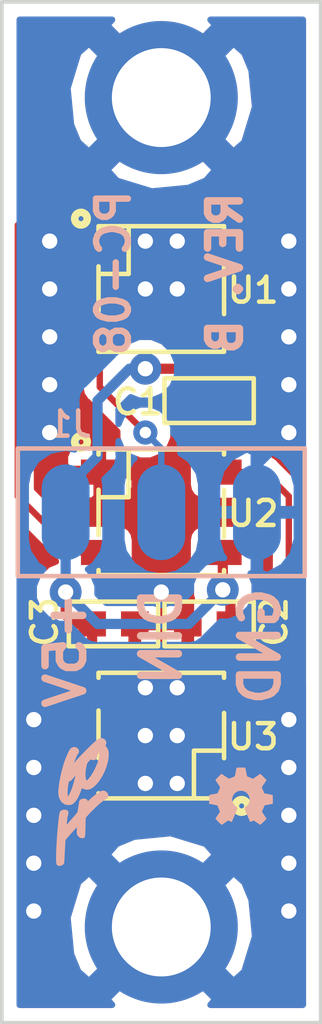
<source format=kicad_pcb>
(kicad_pcb (version 20171130) (host pcbnew 5.0.0-fee4fd1~65~ubuntu17.10.1)

  (general
    (thickness 1.6)
    (drawings 13)
    (tracks 120)
    (zones 0)
    (modules 11)
    (nets 7)
  )

  (page A4)
  (layers
    (0 F.Cu signal)
    (31 B.Cu signal)
    (32 B.Adhes user)
    (33 F.Adhes user)
    (34 B.Paste user)
    (35 F.Paste user)
    (36 B.SilkS user)
    (37 F.SilkS user)
    (38 B.Mask user)
    (39 F.Mask user)
    (40 Dwgs.User user)
    (41 Cmts.User user)
    (42 Eco1.User user)
    (43 Eco2.User user)
    (44 Edge.Cuts user)
    (45 Margin user)
    (46 B.CrtYd user)
    (47 F.CrtYd user)
    (48 B.Fab user)
    (49 F.Fab user)
  )

  (setup
    (last_trace_width 0.254)
    (trace_clearance 0.2032)
    (zone_clearance 0.508)
    (zone_45_only no)
    (trace_min 0.2)
    (segment_width 0.2)
    (edge_width 0.15)
    (via_size 0.9652)
    (via_drill 0.4572)
    (via_min_size 0.4)
    (via_min_drill 0.3)
    (uvia_size 0.3)
    (uvia_drill 0.1)
    (uvias_allowed no)
    (uvia_min_size 0)
    (uvia_min_drill 0)
    (pcb_text_width 0.3)
    (pcb_text_size 1.5 1.5)
    (mod_edge_width 0.15)
    (mod_text_size 1 1)
    (mod_text_width 0.15)
    (pad_size 6.096 6.096)
    (pad_drill 3.937)
    (pad_to_mask_clearance 0.2)
    (aux_axis_origin 0 0)
    (visible_elements FFFFFF7F)
    (pcbplotparams
      (layerselection 0x00030_80000001)
      (usegerberextensions false)
      (usegerberattributes false)
      (usegerberadvancedattributes false)
      (creategerberjobfile false)
      (excludeedgelayer true)
      (linewidth 0.100000)
      (plotframeref false)
      (viasonmask false)
      (mode 1)
      (useauxorigin false)
      (hpglpennumber 1)
      (hpglpenspeed 20)
      (hpglpendiameter 15.000000)
      (psnegative false)
      (psa4output false)
      (plotreference true)
      (plotvalue true)
      (plotinvisibletext false)
      (padsonsilk false)
      (subtractmaskfromsilk false)
      (outputformat 1)
      (mirror false)
      (drillshape 1)
      (scaleselection 1)
      (outputdirectory ""))
  )

  (net 0 "")
  (net 1 "Net-(J1-Pad2)")
  (net 2 "Net-(U1-Pad2)")
  (net 3 "Net-(U2-Pad2)")
  (net 4 "Net-(U3-Pad2)")
  (net 5 +5V)
  (net 6 GND)

  (net_class Default "This is the default net class."
    (clearance 0.2032)
    (trace_width 0.254)
    (via_dia 0.9652)
    (via_drill 0.4572)
    (uvia_dia 0.3)
    (uvia_drill 0.1)
    (add_net "Net-(J1-Pad2)")
    (add_net "Net-(U1-Pad2)")
    (add_net "Net-(U2-Pad2)")
    (add_net "Net-(U3-Pad2)")
  )

  (net_class Power ""
    (clearance 0.3048)
    (trace_width 0.4064)
    (via_dia 1.27)
    (via_drill 0.6096)
    (uvia_dia 0.3)
    (uvia_drill 0.1)
    (add_net +5V)
    (add_net GND)
  )

  (module conn-wire-pads:WP-75mil-1x03 (layer B.Cu) (tedit 57465F1D) (tstamp 5B3F1050)
    (at 119.38 90.17 180)
    (descr "Wire pads - 75mil x 150 mil - Single row, 3 pos.")
    (path /5B3F11C0)
    (attr virtual)
    (fp_text reference J1 (at 2.667 2.921 180) (layer B.SilkS)
      (effects (font (size 1 1) (thickness 0.18)) (justify left bottom mirror))
    )
    (fp_text value HEADER-1x03 (at 0 -3.81 180) (layer B.Fab) hide
      (effects (font (size 1 1) (thickness 0.18)) (justify mirror))
    )
    (fp_line (start 5.715 -2.54) (end -5.715 -2.54) (layer B.SilkS) (width 0.18))
    (fp_line (start -5.715 -2.54) (end -5.715 2.54) (layer B.SilkS) (width 0.18))
    (fp_line (start -5.715 2.54) (end 5.715 2.54) (layer B.SilkS) (width 0.18))
    (fp_line (start 5.715 2.54) (end 5.715 -2.54) (layer B.SilkS) (width 0.18))
    (fp_line (start 5.715 -2.54) (end -5.715 -2.54) (layer B.CrtYd) (width 0.05))
    (fp_line (start -5.715 -2.54) (end -5.715 2.54) (layer B.CrtYd) (width 0.05))
    (fp_line (start -5.715 2.54) (end 5.715 2.54) (layer B.CrtYd) (width 0.05))
    (fp_line (start 5.715 2.54) (end 5.715 -2.54) (layer B.CrtYd) (width 0.05))
    (pad 1 smd oval (at -3.81 0 180) (size 1.905 3.81) (layers B.Cu B.Paste B.Mask)
      (net 6 GND))
    (pad 2 smd oval (at 0 0 180) (size 1.905 3.81) (layers B.Cu B.Paste B.Mask)
      (net 1 "Net-(J1-Pad2)"))
    (pad 3 smd oval (at 3.81 0 180) (size 1.905 3.81) (layers B.Cu B.Paste B.Mask)
      (net 5 +5V))
  )

  (module smt:LED-5050 (layer F.Cu) (tedit 55999AC4) (tstamp 5B3F1058)
    (at 119.38 81.28 180)
    (path /5B3F0FC4)
    (fp_text reference U1 (at -2.54 -0.635 180) (layer F.SilkS)
      (effects (font (size 1 1) (thickness 0.18)) (justify left bottom))
    )
    (fp_text value IN-PI554FCH (at 0 3.9 180) (layer F.Fab) hide
      (effects (font (size 1 1) (thickness 0.18)))
    )
    (fp_line (start 2.5 0.6) (end 1.3 0.6) (layer F.SilkS) (width 0.18))
    (fp_line (start 1.3 0.6) (end 1.3 2.5) (layer F.SilkS) (width 0.18))
    (fp_line (start -3 -3) (end 3 -3) (layer F.CrtYd) (width 0.05))
    (fp_line (start 3 -3) (end 3 3) (layer F.CrtYd) (width 0.05))
    (fp_line (start 3 3) (end -3 3) (layer F.CrtYd) (width 0.05))
    (fp_line (start -3 3) (end -3 -3) (layer F.CrtYd) (width 0.05))
    (fp_circle (center 3.2 2.8) (end 3.3 2.8) (layer F.SilkS) (width 0.3))
    (fp_line (start 2.5 -2.3) (end 2.5 -2.5) (layer F.SilkS) (width 0.18))
    (fp_line (start 2.5 -2.5) (end -2.5 -2.5) (layer F.SilkS) (width 0.18))
    (fp_line (start -2.5 -2.5) (end -2.5 -2.3) (layer F.SilkS) (width 0.18))
    (fp_line (start 2.5 0.9) (end 2.5 -0.9) (layer F.SilkS) (width 0.18))
    (fp_line (start -2.5 2.5) (end 2.5 2.5) (layer F.SilkS) (width 0.18))
    (fp_line (start 2.5 2.5) (end 2.5 2.3) (layer F.SilkS) (width 0.18))
    (fp_line (start -2.5 2.5) (end -2.5 2.3) (layer F.SilkS) (width 0.18))
    (fp_line (start -2.5 -1) (end -2.5 0.9) (layer F.SilkS) (width 0.18))
    (pad 2 smd rect (at -2.45 1.6 180) (size 1.5 1) (layers F.Cu F.Paste F.Mask)
      (net 2 "Net-(U1-Pad2)"))
    (pad 3 smd rect (at 2.45 1.6 180) (size 1.5 1) (layers F.Cu F.Paste F.Mask)
      (net 6 GND))
    (pad 4 smd rect (at 2.45 -1.6 180) (size 1.5 1) (layers F.Cu F.Paste F.Mask)
      (net 1 "Net-(J1-Pad2)"))
    (pad 1 smd rect (at -2.45 -1.6 180) (size 1.5 1) (layers F.Cu F.Paste F.Mask)
      (net 5 +5V))
  )

  (module smt:LED-5050 (layer F.Cu) (tedit 55999AC4) (tstamp 5B3F1060)
    (at 119.38 90.17 180)
    (path /5B3F1066)
    (fp_text reference U2 (at -2.54 -0.635 180) (layer F.SilkS)
      (effects (font (size 1 1) (thickness 0.18)) (justify left bottom))
    )
    (fp_text value IN-PI554FCH (at 0 3.9 180) (layer F.Fab) hide
      (effects (font (size 1 1) (thickness 0.18)))
    )
    (fp_line (start 2.5 0.6) (end 1.3 0.6) (layer F.SilkS) (width 0.18))
    (fp_line (start 1.3 0.6) (end 1.3 2.5) (layer F.SilkS) (width 0.18))
    (fp_line (start -3 -3) (end 3 -3) (layer F.CrtYd) (width 0.05))
    (fp_line (start 3 -3) (end 3 3) (layer F.CrtYd) (width 0.05))
    (fp_line (start 3 3) (end -3 3) (layer F.CrtYd) (width 0.05))
    (fp_line (start -3 3) (end -3 -3) (layer F.CrtYd) (width 0.05))
    (fp_circle (center 3.2 2.8) (end 3.3 2.8) (layer F.SilkS) (width 0.3))
    (fp_line (start 2.5 -2.3) (end 2.5 -2.5) (layer F.SilkS) (width 0.18))
    (fp_line (start 2.5 -2.5) (end -2.5 -2.5) (layer F.SilkS) (width 0.18))
    (fp_line (start -2.5 -2.5) (end -2.5 -2.3) (layer F.SilkS) (width 0.18))
    (fp_line (start 2.5 0.9) (end 2.5 -0.9) (layer F.SilkS) (width 0.18))
    (fp_line (start -2.5 2.5) (end 2.5 2.5) (layer F.SilkS) (width 0.18))
    (fp_line (start 2.5 2.5) (end 2.5 2.3) (layer F.SilkS) (width 0.18))
    (fp_line (start -2.5 2.5) (end -2.5 2.3) (layer F.SilkS) (width 0.18))
    (fp_line (start -2.5 -1) (end -2.5 0.9) (layer F.SilkS) (width 0.18))
    (pad 2 smd rect (at -2.45 1.6 180) (size 1.5 1) (layers F.Cu F.Paste F.Mask)
      (net 3 "Net-(U2-Pad2)"))
    (pad 3 smd rect (at 2.45 1.6 180) (size 1.5 1) (layers F.Cu F.Paste F.Mask)
      (net 6 GND))
    (pad 4 smd rect (at 2.45 -1.6 180) (size 1.5 1) (layers F.Cu F.Paste F.Mask)
      (net 2 "Net-(U1-Pad2)"))
    (pad 1 smd rect (at -2.45 -1.6 180) (size 1.5 1) (layers F.Cu F.Paste F.Mask)
      (net 5 +5V))
  )

  (module smt:LED-5050 (layer F.Cu) (tedit 55999AC4) (tstamp 5B3F1068)
    (at 119.38 99.06)
    (path /5B3F10EC)
    (fp_text reference U3 (at 2.54 0.635) (layer F.SilkS)
      (effects (font (size 1 1) (thickness 0.18)) (justify left bottom))
    )
    (fp_text value IN-PI554FCH (at 0 3.9) (layer F.Fab) hide
      (effects (font (size 1 1) (thickness 0.18)))
    )
    (fp_line (start 2.5 0.6) (end 1.3 0.6) (layer F.SilkS) (width 0.18))
    (fp_line (start 1.3 0.6) (end 1.3 2.5) (layer F.SilkS) (width 0.18))
    (fp_line (start -3 -3) (end 3 -3) (layer F.CrtYd) (width 0.05))
    (fp_line (start 3 -3) (end 3 3) (layer F.CrtYd) (width 0.05))
    (fp_line (start 3 3) (end -3 3) (layer F.CrtYd) (width 0.05))
    (fp_line (start -3 3) (end -3 -3) (layer F.CrtYd) (width 0.05))
    (fp_circle (center 3.2 2.8) (end 3.3 2.8) (layer F.SilkS) (width 0.3))
    (fp_line (start 2.5 -2.3) (end 2.5 -2.5) (layer F.SilkS) (width 0.18))
    (fp_line (start 2.5 -2.5) (end -2.5 -2.5) (layer F.SilkS) (width 0.18))
    (fp_line (start -2.5 -2.5) (end -2.5 -2.3) (layer F.SilkS) (width 0.18))
    (fp_line (start 2.5 0.9) (end 2.5 -0.9) (layer F.SilkS) (width 0.18))
    (fp_line (start -2.5 2.5) (end 2.5 2.5) (layer F.SilkS) (width 0.18))
    (fp_line (start 2.5 2.5) (end 2.5 2.3) (layer F.SilkS) (width 0.18))
    (fp_line (start -2.5 2.5) (end -2.5 2.3) (layer F.SilkS) (width 0.18))
    (fp_line (start -2.5 -1) (end -2.5 0.9) (layer F.SilkS) (width 0.18))
    (pad 2 smd rect (at -2.45 1.6) (size 1.5 1) (layers F.Cu F.Paste F.Mask)
      (net 4 "Net-(U3-Pad2)"))
    (pad 3 smd rect (at 2.45 1.6) (size 1.5 1) (layers F.Cu F.Paste F.Mask)
      (net 6 GND))
    (pad 4 smd rect (at 2.45 -1.6) (size 1.5 1) (layers F.Cu F.Paste F.Mask)
      (net 3 "Net-(U2-Pad2)"))
    (pad 1 smd rect (at -2.45 -1.6) (size 1.5 1) (layers F.Cu F.Paste F.Mask)
      (net 5 +5V))
  )

  (module conn-wire-pads:SM-Standoff-#2 (layer F.Cu) (tedit 5B71BCEB) (tstamp 5B43A760)
    (at 119.38 106.68)
    (descr "Mounting Hole - SM Standoff - Screw #2")
    (path /5B419B2F)
    (attr virtual)
    (fp_text reference H1 (at 0 -4.6) (layer F.SilkS) hide
      (effects (font (size 1 1) (thickness 0.18)))
    )
    (fp_text value Hole (at 0 4.7) (layer F.Fab) hide
      (effects (font (size 1 1) (thickness 0.18)))
    )
    (pad P thru_hole circle (at 0 0) (size 6.096 6.096) (drill 3.937) (layers *.Cu *.Mask)
      (net 6 GND) (clearance 1.016) (zone_connect 1) (thermal_width 1.27))
  )

  (module conn-wire-pads:SM-Standoff-#2 (layer F.Cu) (tedit 5B71BCF6) (tstamp 5B43A764)
    (at 119.38 73.66)
    (descr "Mounting Hole - SM Standoff - Screw #2")
    (path /5B419BDD)
    (attr virtual)
    (fp_text reference H2 (at 0 -4.6) (layer F.SilkS) hide
      (effects (font (size 1 1) (thickness 0.18)))
    )
    (fp_text value Hole (at 0 4.7) (layer F.Fab) hide
      (effects (font (size 1 1) (thickness 0.18)))
    )
    (pad P thru_hole circle (at 0 0) (size 6.096 6.096) (drill 3.937) (layers *.Cu *.Mask)
      (net 6 GND) (clearance 1.016) (zone_connect 1) (thermal_width 1.27))
  )

  (module smt:C-0603 (layer F.Cu) (tedit 54F14543) (tstamp 5B45C254)
    (at 121.285 85.725)
    (descr "0603 (1608 metric)")
    (tags "smt 0603")
    (path /5B467B28)
    (fp_text reference C1 (at -3.937 0.635) (layer F.SilkS)
      (effects (font (size 1 1) (thickness 0.18)) (justify left bottom))
    )
    (fp_text value 100nF (at 0 2.032) (layer F.SilkS) hide
      (effects (font (size 1 1) (thickness 0.18)))
    )
    (fp_line (start -0.762 -0.381) (end 0.762 -0.381) (layer Dwgs.User) (width 0.05))
    (fp_line (start 0.762 -0.381) (end 0.762 0.381) (layer Dwgs.User) (width 0.05))
    (fp_line (start 0.762 0.381) (end -0.762 0.381) (layer Dwgs.User) (width 0.05))
    (fp_line (start -0.762 0.381) (end -0.762 -0.381) (layer Dwgs.User) (width 0.05))
    (fp_line (start -1.778 -0.889) (end 1.778 -0.889) (layer F.CrtYd) (width 0.05))
    (fp_line (start 1.778 -0.889) (end 1.778 0.889) (layer F.CrtYd) (width 0.05))
    (fp_line (start 1.778 0.889) (end -1.778 0.889) (layer F.CrtYd) (width 0.05))
    (fp_line (start -1.778 0.889) (end -1.778 -0.889) (layer F.CrtYd) (width 0.05))
    (fp_line (start -1.778 -0.889) (end 1.778 -0.889) (layer F.SilkS) (width 0.18))
    (fp_line (start 1.778 -0.889) (end 1.778 0.889) (layer F.SilkS) (width 0.18))
    (fp_line (start 1.778 0.889) (end -1.778 0.889) (layer F.SilkS) (width 0.18))
    (fp_line (start -1.778 0.889) (end -1.778 -0.889) (layer F.SilkS) (width 0.18))
    (pad 1 smd rect (at -0.85 0) (size 1.1 1) (layers F.Cu F.Paste F.Mask)
      (net 5 +5V))
    (pad 2 smd rect (at 0.85 0) (size 1.1 1) (layers F.Cu F.Paste F.Mask)
      (net 6 GND))
    (model smt.pretty/C-0603.wrl
      (at (xyz 0 0 0))
      (scale (xyz 1 1 0.8))
      (rotate (xyz 0 0 0))
    )
  )

  (module smt:C-0603 (layer F.Cu) (tedit 54F14543) (tstamp 5B45C25A)
    (at 121.285 94.615 180)
    (descr "0603 (1608 metric)")
    (tags "smt 0603")
    (path /5B467931)
    (fp_text reference C2 (at -3.175 -1.016 270) (layer F.SilkS)
      (effects (font (size 1 1) (thickness 0.18)) (justify left bottom))
    )
    (fp_text value 100nF (at 0 2.032 180) (layer F.SilkS) hide
      (effects (font (size 1 1) (thickness 0.18)))
    )
    (fp_line (start -0.762 -0.381) (end 0.762 -0.381) (layer Dwgs.User) (width 0.05))
    (fp_line (start 0.762 -0.381) (end 0.762 0.381) (layer Dwgs.User) (width 0.05))
    (fp_line (start 0.762 0.381) (end -0.762 0.381) (layer Dwgs.User) (width 0.05))
    (fp_line (start -0.762 0.381) (end -0.762 -0.381) (layer Dwgs.User) (width 0.05))
    (fp_line (start -1.778 -0.889) (end 1.778 -0.889) (layer F.CrtYd) (width 0.05))
    (fp_line (start 1.778 -0.889) (end 1.778 0.889) (layer F.CrtYd) (width 0.05))
    (fp_line (start 1.778 0.889) (end -1.778 0.889) (layer F.CrtYd) (width 0.05))
    (fp_line (start -1.778 0.889) (end -1.778 -0.889) (layer F.CrtYd) (width 0.05))
    (fp_line (start -1.778 -0.889) (end 1.778 -0.889) (layer F.SilkS) (width 0.18))
    (fp_line (start 1.778 -0.889) (end 1.778 0.889) (layer F.SilkS) (width 0.18))
    (fp_line (start 1.778 0.889) (end -1.778 0.889) (layer F.SilkS) (width 0.18))
    (fp_line (start -1.778 0.889) (end -1.778 -0.889) (layer F.SilkS) (width 0.18))
    (pad 1 smd rect (at -0.85 0 180) (size 1.1 1) (layers F.Cu F.Paste F.Mask)
      (net 5 +5V))
    (pad 2 smd rect (at 0.85 0 180) (size 1.1 1) (layers F.Cu F.Paste F.Mask)
      (net 6 GND))
    (model smt.pretty/C-0603.wrl
      (at (xyz 0 0 0))
      (scale (xyz 1 1 0.8))
      (rotate (xyz 0 0 0))
    )
  )

  (module smt:C-0603 (layer F.Cu) (tedit 54F14543) (tstamp 5B45C260)
    (at 117.475 94.615)
    (descr "0603 (1608 metric)")
    (tags "smt 0603")
    (path /5B46714E)
    (fp_text reference C3 (at -2.159 1.016 90) (layer F.SilkS)
      (effects (font (size 1 1) (thickness 0.18)) (justify left bottom))
    )
    (fp_text value 100nF (at 0 2.032) (layer F.SilkS) hide
      (effects (font (size 1 1) (thickness 0.18)))
    )
    (fp_line (start -0.762 -0.381) (end 0.762 -0.381) (layer Dwgs.User) (width 0.05))
    (fp_line (start 0.762 -0.381) (end 0.762 0.381) (layer Dwgs.User) (width 0.05))
    (fp_line (start 0.762 0.381) (end -0.762 0.381) (layer Dwgs.User) (width 0.05))
    (fp_line (start -0.762 0.381) (end -0.762 -0.381) (layer Dwgs.User) (width 0.05))
    (fp_line (start -1.778 -0.889) (end 1.778 -0.889) (layer F.CrtYd) (width 0.05))
    (fp_line (start 1.778 -0.889) (end 1.778 0.889) (layer F.CrtYd) (width 0.05))
    (fp_line (start 1.778 0.889) (end -1.778 0.889) (layer F.CrtYd) (width 0.05))
    (fp_line (start -1.778 0.889) (end -1.778 -0.889) (layer F.CrtYd) (width 0.05))
    (fp_line (start -1.778 -0.889) (end 1.778 -0.889) (layer F.SilkS) (width 0.18))
    (fp_line (start 1.778 -0.889) (end 1.778 0.889) (layer F.SilkS) (width 0.18))
    (fp_line (start 1.778 0.889) (end -1.778 0.889) (layer F.SilkS) (width 0.18))
    (fp_line (start -1.778 0.889) (end -1.778 -0.889) (layer F.SilkS) (width 0.18))
    (pad 1 smd rect (at -0.85 0) (size 1.1 1) (layers F.Cu F.Paste F.Mask)
      (net 5 +5V))
    (pad 2 smd rect (at 0.85 0) (size 1.1 1) (layers F.Cu F.Paste F.Mask)
      (net 6 GND))
    (model smt.pretty/C-0603.wrl
      (at (xyz 0 0 0))
      (scale (xyz 1 1 0.8))
      (rotate (xyz 0 0 0))
    )
  )

  (module symbols:LOGO-OSHW-100 (layer B.Cu) (tedit 55088668) (tstamp 5B45CD5E)
    (at 122.555 101.6 180)
    (descr "Open Source Hardware Logo - 100mil wide")
    (fp_text reference REF** (at 0 2.1336 180) (layer Dwgs.User) hide
      (effects (font (size 1 1) (thickness 0.18)))
    )
    (fp_text value VAL** (at 0 -1.9304 180) (layer Dwgs.User) hide
      (effects (font (size 1 1) (thickness 0.18)))
    )
    (fp_poly (pts (xy -0.76962 -1.01092) (xy -0.75438 -1.00584) (xy -0.72644 -0.98552) (xy -0.68326 -0.95758)
      (xy -0.63246 -0.92456) (xy -0.5842 -0.89154) (xy -0.54102 -0.8636) (xy -0.51308 -0.84582)
      (xy -0.50038 -0.8382) (xy -0.4953 -0.84074) (xy -0.4699 -0.8509) (xy -0.43434 -0.87122)
      (xy -0.41656 -0.88138) (xy -0.38354 -0.89408) (xy -0.3683 -0.89662) (xy -0.36576 -0.89154)
      (xy -0.35306 -0.86868) (xy -0.33528 -0.8255) (xy -0.30988 -0.77216) (xy -0.28448 -0.70612)
      (xy -0.254 -0.63754) (xy -0.22352 -0.56642) (xy -0.19558 -0.49784) (xy -0.17272 -0.43942)
      (xy -0.1524 -0.38862) (xy -0.1397 -0.3556) (xy -0.13462 -0.34036) (xy -0.13462 -0.33782)
      (xy -0.1524 -0.32004) (xy -0.18034 -0.29972) (xy -0.23876 -0.25146) (xy -0.29972 -0.1778)
      (xy -0.33528 -0.09398) (xy -0.34544 0) (xy -0.33528 0.08382) (xy -0.30226 0.16764)
      (xy -0.24384 0.24384) (xy -0.17272 0.29972) (xy -0.09144 0.33274) (xy 0 0.34544)
      (xy 0.08636 0.33528) (xy 0.17272 0.30226) (xy 0.24638 0.24384) (xy 0.2794 0.20828)
      (xy 0.32258 0.13208) (xy 0.34798 0.0508) (xy 0.35052 0.03048) (xy 0.34544 -0.05588)
      (xy 0.32004 -0.14224) (xy 0.27178 -0.21844) (xy 0.20828 -0.28194) (xy 0.20066 -0.28702)
      (xy 0.17018 -0.30988) (xy 0.14986 -0.32512) (xy 0.13208 -0.33782) (xy 0.24638 -0.61214)
      (xy 0.26416 -0.65532) (xy 0.29464 -0.72898) (xy 0.32258 -0.79502) (xy 0.34544 -0.84582)
      (xy 0.36068 -0.87884) (xy 0.36576 -0.89408) (xy 0.3683 -0.89408) (xy 0.37846 -0.89662)
      (xy 0.39878 -0.889) (xy 0.43688 -0.87122) (xy 0.46228 -0.85852) (xy 0.49022 -0.84328)
      (xy 0.50292 -0.8382) (xy 0.51562 -0.84328) (xy 0.54356 -0.86106) (xy 0.5842 -0.889)
      (xy 0.63246 -0.92202) (xy 0.67818 -0.95504) (xy 0.72136 -0.98298) (xy 0.75438 -1.0033)
      (xy 0.76708 -1.01092) (xy 0.76962 -1.01092) (xy 0.78486 -1.0033) (xy 0.80772 -0.98298)
      (xy 0.84582 -0.94742) (xy 0.89916 -0.89662) (xy 0.90678 -0.88646) (xy 0.94996 -0.84328)
      (xy 0.98552 -0.80518) (xy 1.00838 -0.77978) (xy 1.016 -0.76708) (xy 1.00838 -0.75438)
      (xy 0.9906 -0.72136) (xy 0.96012 -0.67818) (xy 0.9271 -0.62738) (xy 0.83566 -0.4953)
      (xy 0.88646 -0.37338) (xy 0.9017 -0.33528) (xy 0.91948 -0.28702) (xy 0.93472 -0.254)
      (xy 0.94234 -0.2413) (xy 0.95504 -0.23622) (xy 0.9906 -0.2286) (xy 1.03886 -0.21844)
      (xy 1.09728 -0.20574) (xy 1.15316 -0.19558) (xy 1.20396 -0.18796) (xy 1.24206 -0.18034)
      (xy 1.2573 -0.17526) (xy 1.26238 -0.17526) (xy 1.26492 -0.1651) (xy 1.26746 -0.14986)
      (xy 1.26746 -0.11938) (xy 1.26746 -0.07112) (xy 1.26746 0) (xy 1.26746 0.00508)
      (xy 1.26746 0.07112) (xy 1.26746 0.12446) (xy 1.26492 0.16002) (xy 1.26238 0.17526)
      (xy 1.24714 0.1778) (xy 1.21158 0.18542) (xy 1.16078 0.19558) (xy 1.09982 0.20828)
      (xy 1.09728 0.20828) (xy 1.03632 0.21844) (xy 0.98552 0.23114) (xy 0.94996 0.23876)
      (xy 0.93472 0.24384) (xy 0.93218 0.24638) (xy 0.91948 0.26924) (xy 0.90424 0.30734)
      (xy 0.88392 0.35306) (xy 0.8636 0.40132) (xy 0.84582 0.44196) (xy 0.83566 0.47498)
      (xy 0.83312 0.48768) (xy 0.83312 0.49022) (xy 0.84074 0.50292) (xy 0.86106 0.5334)
      (xy 0.89154 0.57912) (xy 0.9271 0.62992) (xy 0.92964 0.63246) (xy 0.96266 0.68326)
      (xy 0.9906 0.72644) (xy 1.01092 0.75692) (xy 1.016 0.77216) (xy 1.00584 0.7874)
      (xy 0.98044 0.81534) (xy 0.94234 0.85344) (xy 0.89916 0.89916) (xy 0.88392 0.9144)
      (xy 0.83566 0.96266) (xy 0.8001 0.99314) (xy 0.77978 1.01092) (xy 0.76962 1.01346)
      (xy 0.75438 1.0033) (xy 0.72136 0.98298) (xy 0.67818 0.9525) (xy 0.62738 0.91948)
      (xy 0.6223 0.91694) (xy 0.5715 0.88138) (xy 0.52832 0.85344) (xy 0.50038 0.83312)
      (xy 0.48514 0.8255) (xy 0.46228 0.83058) (xy 0.42672 0.84328) (xy 0.38354 0.86106)
      (xy 0.33528 0.87884) (xy 0.2921 0.89916) (xy 0.26162 0.91186) (xy 0.24638 0.92202)
      (xy 0.2413 0.9398) (xy 0.23114 0.9779) (xy 0.22098 1.03124) (xy 0.20828 1.0922)
      (xy 0.20828 1.10236) (xy 0.19558 1.16332) (xy 0.18542 1.21412) (xy 0.1778 1.24714)
      (xy 0.17526 1.26238) (xy 0.16764 1.26492) (xy 0.13716 1.26492) (xy 0.09144 1.26746)
      (xy 0.0381 1.26746) (xy -0.01778 1.26746) (xy -0.07366 1.26746) (xy -0.12192 1.26492)
      (xy -0.15748 1.26238) (xy -0.17018 1.25984) (xy -0.1778 1.23952) (xy -0.18542 1.20142)
      (xy -0.19558 1.14808) (xy -0.20828 1.08712) (xy -0.21082 1.07696) (xy -0.22098 1.016)
      (xy -0.23114 0.9652) (xy -0.23876 0.93218) (xy -0.2413 0.91948) (xy -0.24892 0.9144)
      (xy -0.27178 0.90424) (xy -0.31242 0.889) (xy -0.36322 0.86868) (xy -0.48006 0.82042)
      (xy -0.6223 0.91948) (xy -0.635 0.9271) (xy -0.6858 0.96266) (xy -0.72898 0.9906)
      (xy -0.75692 1.00838) (xy -0.76962 1.016) (xy -0.77216 1.016) (xy -0.78486 1.0033)
      (xy -0.8128 0.97536) (xy -0.8509 0.9398) (xy -0.89662 0.89408) (xy -0.92964 0.86106)
      (xy -0.97028 0.82042) (xy -0.99314 0.79502) (xy -1.00838 0.77724) (xy -1.01346 0.76708)
      (xy -1.01092 0.75946) (xy -1.0033 0.74422) (xy -0.98044 0.71374) (xy -0.9525 0.67056)
      (xy -0.91694 0.61976) (xy -0.889 0.57912) (xy -0.85852 0.53086) (xy -0.8382 0.4953)
      (xy -0.83058 0.48006) (xy -0.83312 0.47244) (xy -0.84328 0.4445) (xy -0.85852 0.40132)
      (xy -0.88138 0.35306) (xy -0.92964 0.23876) (xy -1.0033 0.22606) (xy -1.04902 0.2159)
      (xy -1.11252 0.2032) (xy -1.17094 0.19304) (xy -1.26492 0.17526) (xy -1.27 -0.16764)
      (xy -1.25476 -0.17272) (xy -1.23952 -0.1778) (xy -1.2065 -0.18542) (xy -1.1557 -0.19558)
      (xy -1.09728 -0.20574) (xy -1.04902 -0.2159) (xy -0.99822 -0.22606) (xy -0.96266 -0.23114)
      (xy -0.94488 -0.23622) (xy -0.94234 -0.2413) (xy -0.92964 -0.26416) (xy -0.91186 -0.3048)
      (xy -0.89154 -0.35052) (xy -0.87122 -0.39878) (xy -0.85344 -0.44196) (xy -0.84074 -0.47752)
      (xy -0.83566 -0.4953) (xy -0.84328 -0.508) (xy -0.8636 -0.53594) (xy -0.89154 -0.57912)
      (xy -0.92456 -0.62992) (xy -0.95758 -0.67818) (xy -0.98806 -0.72136) (xy -1.00838 -0.75184)
      (xy -1.016 -0.76708) (xy -1.01092 -0.7747) (xy -0.9906 -0.8001) (xy -0.95504 -0.8382)
      (xy -0.89916 -0.89408) (xy -0.889 -0.9017) (xy -0.84328 -0.94488) (xy -0.80772 -0.98044)
      (xy -0.77978 -1.0033) (xy -0.76962 -1.01092)) (layer B.SilkS) (width 0.00254))
  )

  (module symbols:SIGNATURE_SILK (layer B.Cu) (tedit 5509107B) (tstamp 5B45D086)
    (at 116.205 101.6 270)
    (descr Signature)
    (fp_text reference REF** (at 0 2.54 270) (layer Dwgs.User) hide
      (effects (font (size 0.5 0.5) (thickness 0.1)))
    )
    (fp_text value VAL** (at 0 -2.54 270) (layer Dwgs.User) hide
      (effects (font (size 0.5 0.5) (thickness 0.1)))
    )
    (fp_poly (pts (xy 0.20104 0.525379) (xy 0.197773 0.462298) (xy 0.185688 0.407945) (xy 0.180484 0.394861)
      (xy 0.142676 0.334545) (xy 0.084798 0.274804) (xy 0.007948 0.216342) (xy -0.080293 0.163729)
      (xy -0.080293 0.547248) (xy -0.106292 0.56165) (xy -0.140345 0.572792) (xy -0.192147 0.57947)
      (xy -0.258777 0.58178) (xy -0.337317 0.57982) (xy -0.424846 0.573687) (xy -0.518444 0.563478)
      (xy -0.61519 0.549291) (xy -0.64823 0.543588) (xy -0.692329 0.535365) (xy -0.7196 0.528695)
      (xy -0.734082 0.521578) (xy -0.739814 0.512016) (xy -0.740834 0.49801) (xy -0.740834 0.497745)
      (xy -0.742774 0.479918) (xy -0.749956 0.461778) (xy -0.764426 0.441001) (xy -0.788227 0.415266)
      (xy -0.823403 0.382251) (xy -0.871999 0.339634) (xy -0.904482 0.31186) (xy -0.94684 0.275636)
      (xy -0.98282 0.244486) (xy -1.009635 0.220851) (xy -1.024501 0.207175) (xy -1.026584 0.204815)
      (xy -1.020407 0.203756) (xy -1.000857 0.206623) (xy -0.966404 0.213746) (xy -0.915517 0.225455)
      (xy -0.846667 0.242082) (xy -0.79375 0.255138) (xy -0.666707 0.288794) (xy -0.546312 0.324842)
      (xy -0.434873 0.362393) (xy -0.334696 0.400557) (xy -0.248087 0.438444) (xy -0.177352 0.475164)
      (xy -0.124797 0.509828) (xy -0.116876 0.516262) (xy -0.080293 0.547248) (xy -0.080293 0.163729)
      (xy -0.086776 0.159863) (xy -0.198279 0.106069) (xy -0.325463 0.055664) (xy -0.375709 0.038205)
      (xy -0.415992 0.024686) (xy -0.449048 0.013578) (xy -0.469346 0.006741) (xy -0.472255 0.005754)
      (xy -0.474286 -0.005402) (xy -0.465546 -0.03224) (xy -0.448442 -0.069215) (xy -0.428719 -0.111647)
      (xy -0.417868 -0.146495) (xy -0.413405 -0.184037) (xy -0.41275 -0.21681) (xy -0.418041 -0.28017)
      (xy -0.435015 -0.340242) (xy -0.465326 -0.400113) (xy -0.510626 -0.462871) (xy -0.572571 -0.531605)
      (xy -0.591604 -0.550833) (xy -0.701179 -0.64772) (xy -0.719667 -0.660988) (xy -0.719667 -0.198098)
      (xy -0.729693 -0.180399) (xy -0.757583 -0.164288) (xy -0.800052 -0.150436) (xy -0.853818 -0.139517)
      (xy -0.915597 -0.132202) (xy -0.982106 -0.129165) (xy -1.04775 -0.130922) (xy -1.202656 -0.148033)
      (xy -1.360084 -0.178531) (xy -1.3876 -0.185254) (xy -1.421876 -0.195111) (xy -1.449935 -0.207165)
      (xy -1.477424 -0.224888) (xy -1.509986 -0.251748) (xy -1.539965 -0.2789) (xy -1.622356 -0.354879)
      (xy -1.604928 -0.38858) (xy -1.590565 -0.432595) (xy -1.588232 -0.480097) (xy -1.597704 -0.522933)
      (xy -1.609235 -0.543359) (xy -1.634246 -0.564434) (xy -1.668297 -0.580911) (xy -1.675381 -0.583088)
      (xy -1.737784 -0.60088) (xy -1.784266 -0.616322) (xy -1.81964 -0.631326) (xy -1.848719 -0.647803)
      (xy -1.862887 -0.657542) (xy -1.886449 -0.676742) (xy -1.899307 -0.691524) (xy -1.899957 -0.696633)
      (xy -1.882775 -0.705534) (xy -1.851898 -0.714959) (xy -1.814675 -0.723145) (xy -1.778454 -0.728326)
      (xy -1.764325 -0.72921) (xy -1.733891 -0.727534) (xy -1.691655 -0.722144) (xy -1.646419 -0.714179)
      (xy -1.64355 -0.713593) (xy -1.542537 -0.687468) (xy -1.430574 -0.649312) (xy -1.312453 -0.60124)
      (xy -1.192969 -0.545365) (xy -1.076916 -0.483804) (xy -0.969088 -0.418671) (xy -0.956781 -0.410617)
      (xy -0.903087 -0.373197) (xy -0.851359 -0.333608) (xy -0.804461 -0.294417) (xy -0.765255 -0.258192)
      (xy -0.736607 -0.227497) (xy -0.721378 -0.204901) (xy -0.719667 -0.198098) (xy -0.719667 -0.660988)
      (xy -0.827978 -0.738723) (xy -0.968453 -0.822044) (xy -1.119061 -0.895884) (xy -1.276254 -0.958444)
      (xy -1.436488 -1.007926) (xy -1.540588 -1.032224) (xy -1.621828 -1.045782) (xy -1.704281 -1.054361)
      (xy -1.78311 -1.057822) (xy -1.85348 -1.056025) (xy -1.910554 -1.04883) (xy -1.931459 -1.043529)
      (xy -1.989611 -1.021023) (xy -2.044564 -0.989943) (xy -2.087958 -0.95896) (xy -2.136151 -0.922174)
      (xy -2.17668 -0.943319) (xy -2.22887 -0.959997) (xy -2.280457 -0.95797) (xy -2.327995 -0.939507)
      (xy -2.368041 -0.906878) (xy -2.397151 -0.862353) (xy -2.41188 -0.808202) (xy -2.413 -0.787582)
      (xy -2.410909 -0.749267) (xy -2.405596 -0.71516) (xy -2.402068 -0.702873) (xy -2.387033 -0.676391)
      (xy -2.357851 -0.637205) (xy -2.316037 -0.586853) (xy -2.263101 -0.526874) (xy -2.200557 -0.458805)
      (xy -2.129918 -0.384185) (xy -2.052695 -0.304552) (xy -1.970401 -0.221443) (xy -1.884549 -0.136399)
      (xy -1.796651 -0.050956) (xy -1.70822 0.033348) (xy -1.620768 0.114973) (xy -1.535808 0.192383)
      (xy -1.454851 0.264037) (xy -1.431162 0.284534) (xy -1.396308 0.314821) (xy -1.368834 0.339288)
      (xy -1.351806 0.355164) (xy -1.347837 0.359834) (xy -1.358825 0.35659) (xy -1.386114 0.347679)
      (xy -1.425992 0.334337) (xy -1.474751 0.317796) (xy -1.493191 0.311492) (xy -1.605461 0.270948)
      (xy -1.696862 0.233375) (xy -1.767369 0.198787) (xy -1.816955 0.167194) (xy -1.826974 0.158986)
      (xy -1.870313 0.133483) (xy -1.917534 0.126479) (xy -1.964355 0.13694) (xy -2.006495 0.163837)
      (xy -2.039672 0.206137) (xy -2.042157 0.21083) (xy -2.060085 0.26777) (xy -2.058346 0.325962)
      (xy -2.037752 0.381309) (xy -1.999117 0.429718) (xy -1.998635 0.43016) (xy -1.968276 0.452169)
      (xy -1.92078 0.479333) (xy -1.859161 0.510338) (xy -1.786436 0.543868) (xy -1.70562 0.578609)
      (xy -1.619729 0.613244) (xy -1.531778 0.64646) (xy -1.444783 0.676941) (xy -1.397 0.692518)
      (xy -1.27599 0.728635) (xy -1.148965 0.762641) (xy -1.018616 0.794073) (xy -0.887633 0.822465)
      (xy -0.758707 0.847357) (xy -0.634528 0.868283) (xy -0.517787 0.884781) (xy -0.411175 0.896387)
      (xy -0.317382 0.902639) (xy -0.239099 0.903072) (xy -0.194457 0.8996) (xy -0.094042 0.878518)
      (xy -0.005321 0.843211) (xy 0.069976 0.794854) (xy 0.130115 0.734621) (xy 0.173363 0.663685)
      (xy 0.18105 0.645161) (xy 0.195472 0.589047) (xy 0.20104 0.525379)) (layer B.SilkS) (width 0.05))
    (fp_poly (pts (xy 2.624583 0.881303) (xy 2.618048 0.833837) (xy 2.600308 0.787347) (xy 2.572425 0.747337)
      (xy 2.556479 0.732617) (xy 2.544276 0.724819) (xy 2.528018 0.718886) (xy 2.504353 0.714368)
      (xy 2.469933 0.710815) (xy 2.421409 0.707776) (xy 2.355432 0.704801) (xy 2.347163 0.704467)
      (xy 2.281217 0.701615) (xy 2.200282 0.697799) (xy 2.110493 0.693326) (xy 2.017989 0.688506)
      (xy 1.928908 0.683645) (xy 1.899708 0.681994) (xy 1.826574 0.677839) (xy 1.760163 0.674116)
      (xy 1.703489 0.670989) (xy 1.659563 0.668624) (xy 1.631398 0.667184) (xy 1.622297 0.66681)
      (xy 1.60946 0.660349) (xy 1.584331 0.642854) (xy 1.550676 0.617083) (xy 1.516464 0.589306)
      (xy 1.485072 0.562597) (xy 1.44432 0.527076) (xy 1.396628 0.484935) (xy 1.344416 0.438367)
      (xy 1.290105 0.389564) (xy 1.236114 0.340718) (xy 1.184864 0.294023) (xy 1.138774 0.25167)
      (xy 1.100265 0.215853) (xy 1.071757 0.188763) (xy 1.055669 0.172594) (xy 1.053205 0.169599)
      (xy 1.060736 0.166152) (xy 1.086967 0.164336) (xy 1.129489 0.164209) (xy 1.185892 0.16583)
      (xy 1.193483 0.166145) (xy 1.266285 0.168289) (xy 1.322094 0.167157) (xy 1.364932 0.162008)
      (xy 1.398819 0.152103) (xy 1.427779 0.1367) (xy 1.451691 0.118591) (xy 1.485535 0.080696)
      (xy 1.509486 0.035171) (xy 1.52167 -0.012093) (xy 1.520215 -0.0552) (xy 1.513102 -0.074669)
      (xy 1.505192 -0.087349) (xy 1.494957 -0.097693) (xy 1.480254 -0.105987) (xy 1.458945 -0.112514)
      (xy 1.428886 -0.117559) (xy 1.387937 -0.121405) (xy 1.333956 -0.124337) (xy 1.264802 -0.126639)
      (xy 1.178335 -0.128594) (xy 1.095375 -0.130099) (xy 1.010329 -0.131841) (xy 0.931153 -0.134007)
      (xy 0.860569 -0.136481) (xy 0.8013 -0.139147) (xy 0.756068 -0.141888) (xy 0.727596 -0.144587)
      (xy 0.719567 -0.146184) (xy 0.702933 -0.157132) (xy 0.673809 -0.181215) (xy 0.634384 -0.216321)
      (xy 0.586847 -0.260334) (xy 0.533387 -0.311141) (xy 0.476193 -0.366628) (xy 0.417455 -0.424681)
      (xy 0.359362 -0.483185) (xy 0.304102 -0.540028) (xy 0.253864 -0.593095) (xy 0.230347 -0.618612)
      (xy 0.145557 -0.714306) (xy 0.075934 -0.798843) (xy 0.019994 -0.874134) (xy -0.023748 -0.94209)
      (xy -0.031462 -0.955499) (xy -0.065118 -1.005198) (xy -0.099992 -1.034805) (xy -0.138434 -1.045366)
      (xy -0.182793 -1.037924) (xy -0.201008 -1.03089) (xy -0.254713 -0.998002) (xy -0.295817 -0.950127)
      (xy -0.309095 -0.926858) (xy -0.322717 -0.887776) (xy -0.324155 -0.845114) (xy -0.312675 -0.796837)
      (xy -0.287543 -0.740905) (xy -0.248023 -0.67528) (xy -0.193382 -0.597926) (xy -0.187807 -0.590466)
      (xy -0.157438 -0.550336) (xy -0.130505 -0.51585) (xy -0.103861 -0.483328) (xy -0.074356 -0.449093)
      (xy -0.038841 -0.409464) (xy 0.005832 -0.360765) (xy 0.045 -0.318487) (xy 0.117784 -0.240099)
      (xy 0.079958 -0.227095) (xy 0.041478 -0.210551) (xy 0.017903 -0.189727) (xy 0.003068 -0.158344)
      (xy -0.000925 -0.144732) (xy -0.007273 -0.09581) (xy -0.002575 -0.045115) (xy 0.011471 0.001801)
      (xy 0.033167 0.039384) (xy 0.060814 0.062082) (xy 0.062533 0.062812) (xy 0.08164 0.067951)
      (xy 0.117798 0.075434) (xy 0.167105 0.084599) (xy 0.225659 0.094785) (xy 0.289559 0.105331)
      (xy 0.354904 0.115575) (xy 0.417791 0.124856) (xy 0.471981 0.132214) (xy 0.488211 0.134775)
      (xy 0.50355 0.13904) (xy 0.520113 0.146561) (xy 0.540015 0.158888) (xy 0.565372 0.177573)
      (xy 0.598297 0.204167) (xy 0.640907 0.240223) (xy 0.695316 0.28729) (xy 0.758105 0.342083)
      (xy 0.819973 0.39613) (xy 0.878938 0.447579) (xy 0.932462 0.49422) (xy 0.978006 0.533843)
      (xy 1.013034 0.564238) (xy 1.035006 0.583196) (xy 1.036799 0.58473) (xy 1.05958 0.605713)
      (xy 1.071737 0.620098) (xy 1.071422 0.624417) (xy 1.057608 0.623345) (xy 1.026211 0.62036)
      (xy 0.980692 0.615808) (xy 0.924515 0.610036) (xy 0.861141 0.60339) (xy 0.85649 0.602898)
      (xy 0.774615 0.593482) (xy 0.709733 0.584439) (xy 0.663085 0.575972) (xy 0.63591 0.568285)
      (xy 0.631284 0.565856) (xy 0.607476 0.557056) (xy 0.571289 0.551671) (xy 0.531314 0.550217)
      (xy 0.496139 0.553207) (xy 0.482015 0.556908) (xy 0.459671 0.57594) (xy 0.443914 0.609998)
      (xy 0.435369 0.653797) (xy 0.434662 0.702051) (xy 0.442419 0.749478) (xy 0.455219 0.783434)
      (xy 0.474274 0.813508) (xy 0.495524 0.837037) (xy 0.501074 0.841278) (xy 0.523621 0.849832)
      (xy 0.565467 0.859281) (xy 0.624771 0.869453) (xy 0.699691 0.880175) (xy 0.788385 0.891275)
      (xy 0.889014 0.90258) (xy 0.999735 0.913918) (xy 1.118707 0.925117) (xy 1.244089 0.936004)
      (xy 1.374041 0.946406) (xy 1.50672 0.956152) (xy 1.640285 0.965069) (xy 1.772896 0.972984)
      (xy 1.902711 0.979726) (xy 2.027889 0.985121) (xy 2.043444 0.985704) (xy 2.169144 0.989847)
      (xy 2.27532 0.992211) (xy 2.363545 0.992714) (xy 2.435395 0.991276) (xy 2.492443 0.987817)
      (xy 2.536264 0.982254) (xy 2.568431 0.974509) (xy 2.590518 0.964499) (xy 2.599796 0.957167)
      (xy 2.618853 0.924247) (xy 2.624583 0.881303)) (layer B.SilkS) (width 0.05))
  )

  (gr_text "REV. B" (at 121.92 80.645 90) (layer B.SilkS)
    (effects (font (size 1.27 1.27) (thickness 0.3)) (justify mirror))
  )
  (gr_text PC-08 (at 117.475 80.645 90) (layer B.SilkS)
    (effects (font (size 1.27 1.27) (thickness 0.254)) (justify mirror))
  )
  (gr_text DIN (at 119.38 95.123 90) (layer B.SilkS)
    (effects (font (size 1.5 1.5) (thickness 0.3)) (justify mirror))
  )
  (gr_text GND (at 123.317 95.504 90) (layer B.SilkS)
    (effects (font (size 1.5 1.5) (thickness 0.3)) (justify mirror))
  )
  (gr_text +5V (at 115.57 95.631 90) (layer B.SilkS)
    (effects (font (size 1.5 1.5) (thickness 0.3)) (justify mirror))
  )
  (gr_line (start 123.825 102.87) (end 123.825 77.47) (layer Cmts.User) (width 0.2))
  (gr_line (start 114.935 102.87) (end 114.935 77.47) (layer Cmts.User) (width 0.2))
  (gr_line (start 114.935 77.47) (end 123.825 77.47) (layer Cmts.User) (width 0.2))
  (gr_line (start 114.935 102.87) (end 123.825 102.87) (layer Cmts.User) (width 0.2))
  (gr_line (start 113.03 69.85) (end 113.03 110.49) (layer Edge.Cuts) (width 0.15))
  (gr_line (start 125.73 69.85) (end 113.03 69.85) (layer Edge.Cuts) (width 0.15))
  (gr_line (start 125.73 110.49) (end 125.73 69.85) (layer Edge.Cuts) (width 0.15))
  (gr_line (start 113.03 110.49) (end 125.73 110.49) (layer Edge.Cuts) (width 0.15))

  (segment (start 117.621862 93.345) (end 117.516176 93.239314) (width 0.4064) (layer F.Cu) (net 0))
  (segment (start 119.38 90.17) (end 119.38 87.63) (width 0.254) (layer B.Cu) (net 1))
  (via (at 118.745 86.995) (size 0.9652) (drill 0.4572) (layers F.Cu B.Cu) (net 1))
  (segment (start 119.38 87.63) (end 118.745 86.995) (width 0.254) (layer B.Cu) (net 1))
  (segment (start 116.93 85.18) (end 118.745 86.995) (width 0.254) (layer F.Cu) (net 1))
  (segment (start 116.93 82.88) (end 116.93 85.18) (width 0.254) (layer F.Cu) (net 1))
  (segment (start 121.83 79.68) (end 121.83 78.65) (width 0.254) (layer F.Cu) (net 2))
  (segment (start 121.83 78.65) (end 121.031001 77.851001) (width 0.254) (layer F.Cu) (net 2))
  (segment (start 121.031001 77.851001) (end 114.553999 77.851001) (width 0.254) (layer F.Cu) (net 2))
  (segment (start 114.553999 77.851001) (end 113.665 78.74) (width 0.254) (layer F.Cu) (net 2))
  (segment (start 113.665 78.74) (end 113.665 89.535) (width 0.254) (layer F.Cu) (net 2))
  (segment (start 115.9 91.77) (end 116.93 91.77) (width 0.254) (layer F.Cu) (net 2))
  (segment (start 113.665 89.535) (end 115.9 91.77) (width 0.254) (layer F.Cu) (net 2))
  (segment (start 121.83 88.57) (end 123.495 88.57) (width 0.254) (layer F.Cu) (net 3))
  (segment (start 123.495 88.57) (end 124.46 89.535) (width 0.254) (layer F.Cu) (net 3))
  (segment (start 124.46 89.535) (end 124.46 96.52) (width 0.254) (layer F.Cu) (net 3))
  (segment (start 124.46 96.52) (end 123.52 97.46) (width 0.254) (layer F.Cu) (net 3))
  (segment (start 123.52 97.46) (end 121.83 97.46) (width 0.254) (layer F.Cu) (net 3))
  (segment (start 121.83 93.255) (end 120.47 94.615) (width 0.4064) (layer B.Cu) (net 5))
  (segment (start 116.840098 94.615) (end 115.570098 93.345) (width 0.4064) (layer B.Cu) (net 5))
  (segment (start 120.47 94.615) (end 116.840098 94.615) (width 0.4064) (layer B.Cu) (net 5))
  (via (at 121.83 93.255) (size 1.27) (drill 0.6096) (layers F.Cu B.Cu) (net 5))
  (segment (start 115.942073 94.615) (end 116.625 94.615) (width 0.4064) (layer F.Cu) (net 5))
  (segment (start 115.570098 93.345) (end 115.570098 94.243025) (width 0.4064) (layer F.Cu) (net 5))
  (segment (start 115.570098 94.243025) (end 115.942073 94.615) (width 0.4064) (layer F.Cu) (net 5))
  (segment (start 115.57 93.344902) (end 115.570098 93.345) (width 0.4064) (layer B.Cu) (net 5))
  (segment (start 115.57 90.17) (end 115.57 93.344902) (width 0.4064) (layer B.Cu) (net 5))
  (via (at 115.570098 93.345) (size 1.27) (drill 0.6096) (layers F.Cu B.Cu) (net 5))
  (segment (start 116.625 94.4) (end 116.625 94.615) (width 0.4064) (layer F.Cu) (net 5))
  (segment (start 116.93 95.975) (end 116.625 95.67) (width 0.4064) (layer F.Cu) (net 5))
  (segment (start 116.625 95.67) (end 116.625 94.615) (width 0.4064) (layer F.Cu) (net 5))
  (segment (start 116.93 97.46) (end 116.93 95.975) (width 0.4064) (layer F.Cu) (net 5))
  (segment (start 121.83 93.255) (end 122.135 93.56) (width 0.4064) (layer F.Cu) (net 5))
  (segment (start 122.135 93.56) (end 122.135 94.615) (width 0.4064) (layer F.Cu) (net 5))
  (segment (start 121.83 91.77) (end 121.83 93.255) (width 0.4064) (layer F.Cu) (net 5))
  (segment (start 115.57 89.2175) (end 115.57 90.17) (width 0.4064) (layer B.Cu) (net 5))
  (segment (start 116.84 87.9475) (end 115.57 89.2175) (width 0.4064) (layer B.Cu) (net 5))
  (segment (start 116.84 85.725) (end 116.84 87.9475) (width 0.4064) (layer B.Cu) (net 5))
  (segment (start 118.11 84.455) (end 116.84 85.725) (width 0.4064) (layer B.Cu) (net 5))
  (via (at 118.745 84.455) (size 1.27) (drill 0.6096) (layers F.Cu B.Cu) (net 5))
  (segment (start 118.745 84.455) (end 118.11 84.455) (width 0.4064) (layer B.Cu) (net 5))
  (segment (start 118.745 84.455) (end 120.435 84.455) (width 0.4064) (layer F.Cu) (net 5))
  (segment (start 120.435 85.725) (end 120.435 84.455) (width 0.4064) (layer F.Cu) (net 5))
  (segment (start 120.955 82.88) (end 121.83 82.88) (width 0.4064) (layer F.Cu) (net 5))
  (segment (start 120.435 84.455) (end 120.435 83.4) (width 0.4064) (layer F.Cu) (net 5))
  (segment (start 120.435 83.4) (end 120.955 82.88) (width 0.4064) (layer F.Cu) (net 5))
  (segment (start 121.431862 86.995) (end 121.326176 87.100686) (width 0.4064) (layer B.Cu) (net 6))
  (via (at 119.38 93.345) (size 1.27) (drill 0.6096) (layers F.Cu B.Cu) (net 6))
  (segment (start 114.935 85.09) (end 114.935 86.995) (width 0.4064) (layer B.Cu) (net 6))
  (via (at 114.935 86.995) (size 1.27) (drill 0.6096) (layers F.Cu B.Cu) (net 6))
  (segment (start 114.935 81.28) (end 114.935 79.375) (width 0.4064) (layer B.Cu) (net 6))
  (via (at 114.935 79.375) (size 1.27) (drill 0.6096) (layers F.Cu B.Cu) (net 6))
  (segment (start 114.935 83.185) (end 114.935 85.09) (width 0.4064) (layer F.Cu) (net 6))
  (via (at 114.935 85.09) (size 1.27) (drill 0.6096) (layers F.Cu B.Cu) (net 6))
  (segment (start 114.935 81.28) (end 114.935 83.185) (width 0.4064) (layer B.Cu) (net 6))
  (via (at 114.935 83.185) (size 1.27) (drill 0.6096) (layers F.Cu B.Cu) (net 6))
  (segment (start 118.745 81.28) (end 114.935 81.28) (width 0.4064) (layer F.Cu) (net 6))
  (via (at 114.935 81.28) (size 1.27) (drill 0.6096) (layers F.Cu B.Cu) (net 6))
  (segment (start 124.46 104.14) (end 124.46 106.045) (width 0.4064) (layer B.Cu) (net 6))
  (via (at 124.46 106.045) (size 1.27) (drill 0.6096) (layers F.Cu B.Cu) (net 6))
  (segment (start 124.46 102.235) (end 124.46 104.14) (width 0.4064) (layer F.Cu) (net 6))
  (via (at 124.46 104.14) (size 1.27) (drill 0.6096) (layers F.Cu B.Cu) (net 6))
  (segment (start 124.46 100.33) (end 124.46 102.235) (width 0.4064) (layer B.Cu) (net 6))
  (via (at 124.46 102.235) (size 1.27) (drill 0.6096) (layers F.Cu B.Cu) (net 6))
  (segment (start 124.46 98.425) (end 124.46 100.33) (width 0.4064) (layer F.Cu) (net 6))
  (via (at 124.46 100.33) (size 1.27) (drill 0.6096) (layers F.Cu B.Cu) (net 6))
  (segment (start 118.745 99.06) (end 116.205 99.06) (width 0.4064) (layer F.Cu) (net 6))
  (segment (start 116.205 99.06) (end 115.57 98.425) (width 0.4064) (layer F.Cu) (net 6))
  (segment (start 115.57 98.425) (end 114.3 98.425) (width 0.4064) (layer F.Cu) (net 6))
  (segment (start 120.015 99.06) (end 122.555 99.06) (width 0.4064) (layer F.Cu) (net 6))
  (segment (start 122.555 99.06) (end 123.19 98.425) (width 0.4064) (layer F.Cu) (net 6))
  (segment (start 123.19 98.425) (end 124.46 98.425) (width 0.4064) (layer F.Cu) (net 6))
  (via (at 124.46 98.425) (size 1.27) (drill 0.6096) (layers F.Cu B.Cu) (net 6))
  (segment (start 114.3 104.14) (end 114.3 106.045) (width 0.4064) (layer F.Cu) (net 6))
  (via (at 114.3 106.045) (size 1.27) (drill 0.6096) (layers F.Cu B.Cu) (net 6))
  (segment (start 114.3 102.235) (end 114.3 104.14) (width 0.4064) (layer B.Cu) (net 6))
  (via (at 114.3 104.14) (size 1.27) (drill 0.6096) (layers F.Cu B.Cu) (net 6))
  (segment (start 114.3 100.33) (end 114.3 102.235) (width 0.4064) (layer F.Cu) (net 6))
  (via (at 114.3 102.235) (size 1.27) (drill 0.6096) (layers F.Cu B.Cu) (net 6))
  (segment (start 114.3 98.425) (end 114.3 100.33) (width 0.4064) (layer B.Cu) (net 6))
  (via (at 114.3 100.33) (size 1.27) (drill 0.6096) (layers F.Cu B.Cu) (net 6))
  (via (at 114.3 98.425) (size 1.27) (drill 0.6096) (layers F.Cu B.Cu) (net 6))
  (segment (start 119.38 96.52) (end 119.38 93.345) (width 0.4064) (layer F.Cu) (net 6))
  (segment (start 120.015 97.155) (end 119.38 96.52) (width 0.4064) (layer F.Cu) (net 6))
  (segment (start 120.015 79.375) (end 118.745 79.375) (width 0.4064) (layer B.Cu) (net 6))
  (segment (start 119.38 79.375) (end 118.745 79.375) (width 0.4064) (layer B.Cu) (net 6))
  (segment (start 118.745 81.28) (end 118.745 79.375) (width 0.4064) (layer F.Cu) (net 6))
  (via (at 118.745 79.375) (size 1.27) (drill 0.6096) (layers F.Cu B.Cu) (net 6))
  (segment (start 120.015 81.28) (end 120.015 79.375) (width 0.4064) (layer F.Cu) (net 6))
  (via (at 120.015 79.375) (size 1.27) (drill 0.6096) (layers F.Cu B.Cu) (net 6))
  (segment (start 124.46 86.995) (end 122.555 86.995) (width 0.4064) (layer F.Cu) (net 6))
  (via (at 118.745 81.28) (size 1.27) (drill 0.6096) (layers F.Cu B.Cu) (net 6))
  (segment (start 124.46 81.28) (end 120.015 81.28) (width 0.4064) (layer B.Cu) (net 6))
  (via (at 120.015 81.28) (size 1.27) (drill 0.6096) (layers F.Cu B.Cu) (net 6))
  (segment (start 118.745 99.06) (end 118.745 100.965) (width 0.4064) (layer F.Cu) (net 6))
  (via (at 118.745 100.965) (size 1.27) (drill 0.6096) (layers F.Cu B.Cu) (net 6))
  (segment (start 118.745 97.155) (end 118.745 99.06) (width 0.4064) (layer B.Cu) (net 6))
  (via (at 118.745 99.06) (size 1.27) (drill 0.6096) (layers F.Cu B.Cu) (net 6))
  (segment (start 120.015 97.155) (end 118.745 97.155) (width 0.4064) (layer F.Cu) (net 6))
  (via (at 118.745 97.155) (size 1.27) (drill 0.6096) (layers F.Cu B.Cu) (net 6))
  (segment (start 120.015 99.06) (end 120.015 97.155) (width 0.4064) (layer B.Cu) (net 6))
  (via (at 120.015 97.155) (size 1.27) (drill 0.6096) (layers F.Cu B.Cu) (net 6))
  (segment (start 120.015 99.06) (end 120.015 100.965) (width 0.4064) (layer B.Cu) (net 6))
  (via (at 120.015 100.965) (size 1.27) (drill 0.6096) (layers F.Cu B.Cu) (net 6))
  (segment (start 124.46 98.425) (end 124.46 99.06) (width 0.4064) (layer F.Cu) (net 6))
  (segment (start 123.19 97.155) (end 124.46 98.425) (width 0.4064) (layer B.Cu) (net 6))
  (segment (start 123.19 90.17) (end 123.19 97.155) (width 0.4064) (layer B.Cu) (net 6))
  (segment (start 124.46 99.06) (end 120.015 99.06) (width 0.4064) (layer F.Cu) (net 6))
  (via (at 120.015 99.06) (size 1.27) (drill 0.6096) (layers F.Cu B.Cu) (net 6))
  (segment (start 124.46 86.995) (end 124.46 85.09) (width 0.4064) (layer F.Cu) (net 6))
  (via (at 124.46 85.09) (size 1.27) (drill 0.6096) (layers F.Cu B.Cu) (net 6))
  (segment (start 124.46 85.09) (end 124.46 83.185) (width 0.4064) (layer B.Cu) (net 6))
  (segment (start 124.46 81.28) (end 124.46 79.375) (width 0.4064) (layer B.Cu) (net 6))
  (via (at 124.46 79.375) (size 1.27) (drill 0.6096) (layers F.Cu B.Cu) (net 6))
  (segment (start 124.46 83.185) (end 124.46 81.28) (width 0.4064) (layer F.Cu) (net 6))
  (via (at 124.46 81.28) (size 1.27) (drill 0.6096) (layers F.Cu B.Cu) (net 6))
  (via (at 124.46 83.185) (size 1.27) (drill 0.6096) (layers F.Cu B.Cu) (net 6))
  (segment (start 123.19 90.17) (end 123.19 88.265) (width 0.4064) (layer B.Cu) (net 6))
  (segment (start 123.19 88.265) (end 124.46 86.995) (width 0.4064) (layer B.Cu) (net 6))
  (via (at 124.46 86.995) (size 1.27) (drill 0.6096) (layers F.Cu B.Cu) (net 6))

  (zone (net 6) (net_name GND) (layer F.Cu) (tstamp 0) (hatch edge 0.508)
    (connect_pads (clearance 0.508))
    (min_thickness 0.254)
    (fill yes (arc_segments 16) (thermal_gap 0.508) (thermal_bridge_width 0.508))
    (polygon
      (pts
        (xy 113.03 69.85) (xy 125.73 69.85) (xy 125.73 110.49) (xy 113.03 110.49)
      )
    )
    (filled_polygon
      (pts
        (xy 117.221666 70.783246) (xy 119.38 72.94158) (xy 121.538334 70.783246) (xy 121.340683 70.56) (xy 125.020001 70.56)
        (xy 125.020001 89.001537) (xy 125.009371 88.985629) (xy 124.945749 88.943118) (xy 124.086883 88.084253) (xy 124.044371 88.020629)
        (xy 123.792317 87.852212) (xy 123.570048 87.808) (xy 123.570043 87.808) (xy 123.495 87.793073) (xy 123.419957 87.808)
        (xy 123.168645 87.808) (xy 123.037809 87.612191) (xy 122.827765 87.471843) (xy 122.58 87.42256) (xy 121.08 87.42256)
        (xy 120.832235 87.471843) (xy 120.622191 87.612191) (xy 120.481843 87.822235) (xy 120.43256 88.07) (xy 120.43256 89.07)
        (xy 120.481843 89.317765) (xy 120.622191 89.527809) (xy 120.832235 89.668157) (xy 121.08 89.71744) (xy 122.58 89.71744)
        (xy 122.827765 89.668157) (xy 123.037809 89.527809) (xy 123.168645 89.332) (xy 123.17937 89.332) (xy 123.698 89.850631)
        (xy 123.698001 96.204368) (xy 123.20437 96.698) (xy 123.168645 96.698) (xy 123.037809 96.502191) (xy 122.827765 96.361843)
        (xy 122.58 96.31256) (xy 121.08 96.31256) (xy 120.832235 96.361843) (xy 120.622191 96.502191) (xy 120.481843 96.712235)
        (xy 120.43256 96.96) (xy 120.43256 97.96) (xy 120.481843 98.207765) (xy 120.622191 98.417809) (xy 120.832235 98.558157)
        (xy 121.08 98.60744) (xy 122.58 98.60744) (xy 122.827765 98.558157) (xy 123.037809 98.417809) (xy 123.168645 98.222)
        (xy 123.444957 98.222) (xy 123.52 98.236927) (xy 123.595043 98.222) (xy 123.595048 98.222) (xy 123.817317 98.177788)
        (xy 124.069371 98.009371) (xy 124.111883 97.945747) (xy 124.945749 97.111882) (xy 125.009371 97.069371) (xy 125.02 97.053463)
        (xy 125.02 109.78) (xy 121.340683 109.78) (xy 121.538334 109.556754) (xy 119.38 107.39842) (xy 117.221666 109.556754)
        (xy 117.419317 109.78) (xy 113.74 109.78) (xy 113.74 106.305399) (xy 115.643577 106.305399) (xy 115.784642 107.763781)
        (xy 116.071349 108.455953) (xy 116.503246 108.838334) (xy 118.66158 106.68) (xy 120.09842 106.68) (xy 122.256754 108.838334)
        (xy 122.688651 108.455953) (xy 123.116423 107.054601) (xy 122.975358 105.596219) (xy 122.688651 104.904047) (xy 122.256754 104.521666)
        (xy 120.09842 106.68) (xy 118.66158 106.68) (xy 116.503246 104.521666) (xy 116.071349 104.904047) (xy 115.643577 106.305399)
        (xy 113.74 106.305399) (xy 113.74 103.803246) (xy 117.221666 103.803246) (xy 119.38 105.96158) (xy 121.538334 103.803246)
        (xy 121.155953 103.371349) (xy 119.754601 102.943577) (xy 118.296219 103.084642) (xy 117.604047 103.371349) (xy 117.221666 103.803246)
        (xy 113.74 103.803246) (xy 113.74 100.16) (xy 115.53256 100.16) (xy 115.53256 101.16) (xy 115.581843 101.407765)
        (xy 115.722191 101.617809) (xy 115.932235 101.758157) (xy 116.18 101.80744) (xy 117.68 101.80744) (xy 117.927765 101.758157)
        (xy 118.137809 101.617809) (xy 118.278157 101.407765) (xy 118.32744 101.16) (xy 118.32744 100.94575) (xy 120.445 100.94575)
        (xy 120.445 101.28631) (xy 120.541673 101.519699) (xy 120.720302 101.698327) (xy 120.953691 101.795) (xy 121.54425 101.795)
        (xy 121.703 101.63625) (xy 121.703 100.787) (xy 121.957 100.787) (xy 121.957 101.63625) (xy 122.11575 101.795)
        (xy 122.706309 101.795) (xy 122.939698 101.698327) (xy 123.118327 101.519699) (xy 123.215 101.28631) (xy 123.215 100.94575)
        (xy 123.05625 100.787) (xy 121.957 100.787) (xy 121.703 100.787) (xy 120.60375 100.787) (xy 120.445 100.94575)
        (xy 118.32744 100.94575) (xy 118.32744 100.16) (xy 118.302316 100.03369) (xy 120.445 100.03369) (xy 120.445 100.37425)
        (xy 120.60375 100.533) (xy 121.703 100.533) (xy 121.703 99.68375) (xy 121.957 99.68375) (xy 121.957 100.533)
        (xy 123.05625 100.533) (xy 123.215 100.37425) (xy 123.215 100.03369) (xy 123.118327 99.800301) (xy 122.939698 99.621673)
        (xy 122.706309 99.525) (xy 122.11575 99.525) (xy 121.957 99.68375) (xy 121.703 99.68375) (xy 121.54425 99.525)
        (xy 120.953691 99.525) (xy 120.720302 99.621673) (xy 120.541673 99.800301) (xy 120.445 100.03369) (xy 118.302316 100.03369)
        (xy 118.278157 99.912235) (xy 118.137809 99.702191) (xy 117.927765 99.561843) (xy 117.68 99.51256) (xy 116.18 99.51256)
        (xy 115.932235 99.561843) (xy 115.722191 99.702191) (xy 115.581843 99.912235) (xy 115.53256 100.16) (xy 113.74 100.16)
        (xy 113.74 90.68763) (xy 115.183051 92.130682) (xy 114.850701 92.268346) (xy 114.493444 92.625603) (xy 114.300098 93.092381)
        (xy 114.300098 93.597619) (xy 114.493444 94.064397) (xy 114.726256 94.297209) (xy 114.780532 94.570074) (xy 114.919027 94.777347)
        (xy 114.919029 94.777349) (xy 114.965791 94.847333) (xy 115.035775 94.894095) (xy 115.291001 95.149321) (xy 115.337765 95.219308)
        (xy 115.465252 95.304492) (xy 115.476843 95.362765) (xy 115.617191 95.572809) (xy 115.771565 95.675959) (xy 115.7868 95.752549)
        (xy 115.7868 95.752553) (xy 115.835433 95.997048) (xy 116.020692 96.274308) (xy 116.090679 96.321072) (xy 116.091801 96.322194)
        (xy 116.091801 96.330104) (xy 115.932235 96.361843) (xy 115.722191 96.502191) (xy 115.581843 96.712235) (xy 115.53256 96.96)
        (xy 115.53256 97.96) (xy 115.581843 98.207765) (xy 115.722191 98.417809) (xy 115.932235 98.558157) (xy 116.18 98.60744)
        (xy 117.68 98.60744) (xy 117.927765 98.558157) (xy 118.137809 98.417809) (xy 118.278157 98.207765) (xy 118.32744 97.96)
        (xy 118.32744 96.96) (xy 118.278157 96.712235) (xy 118.137809 96.502191) (xy 117.927765 96.361843) (xy 117.7682 96.330104)
        (xy 117.7682 96.057548) (xy 117.78462 95.974999) (xy 117.7682 95.89245) (xy 117.7682 95.892446) (xy 117.739866 95.75)
        (xy 118.03925 95.75) (xy 118.198 95.59125) (xy 118.198 94.742) (xy 118.452 94.742) (xy 118.452 95.59125)
        (xy 118.61075 95.75) (xy 119.001309 95.75) (xy 119.234698 95.653327) (xy 119.38 95.508026) (xy 119.525302 95.653327)
        (xy 119.758691 95.75) (xy 120.14925 95.75) (xy 120.308 95.59125) (xy 120.308 94.742) (xy 119.40875 94.742)
        (xy 119.38 94.77075) (xy 119.35125 94.742) (xy 118.452 94.742) (xy 118.198 94.742) (xy 118.178 94.742)
        (xy 118.178 94.488) (xy 118.198 94.488) (xy 118.198 94.468) (xy 118.452 94.468) (xy 118.452 94.488)
        (xy 119.35125 94.488) (xy 119.38 94.45925) (xy 119.40875 94.488) (xy 120.308 94.488) (xy 120.308 93.63875)
        (xy 120.14925 93.48) (xy 119.758691 93.48) (xy 119.525302 93.576673) (xy 119.38 93.721974) (xy 119.234698 93.576673)
        (xy 119.001309 93.48) (xy 118.61075 93.48) (xy 118.452002 93.638748) (xy 118.452002 93.48) (xy 118.449629 93.48)
        (xy 118.476482 93.345) (xy 118.411429 93.017951) (xy 118.272933 92.810678) (xy 118.15874 92.696485) (xy 118.278157 92.517765)
        (xy 118.32744 92.27) (xy 118.32744 91.27) (xy 120.43256 91.27) (xy 120.43256 92.27) (xy 120.481843 92.517765)
        (xy 120.622191 92.727809) (xy 120.662559 92.754782) (xy 120.56 93.002381) (xy 120.56 93.507619) (xy 120.598993 93.601757)
        (xy 120.562 93.63875) (xy 120.562 94.488) (xy 120.582 94.488) (xy 120.582 94.742) (xy 120.562 94.742)
        (xy 120.562 95.59125) (xy 120.72075 95.75) (xy 121.111309 95.75) (xy 121.284816 95.678131) (xy 121.337235 95.713157)
        (xy 121.585 95.76244) (xy 122.685 95.76244) (xy 122.932765 95.713157) (xy 123.142809 95.572809) (xy 123.283157 95.362765)
        (xy 123.33244 95.115) (xy 123.33244 94.115) (xy 123.283157 93.867235) (xy 123.142809 93.657191) (xy 123.060755 93.602364)
        (xy 123.1 93.507619) (xy 123.1 93.002381) (xy 122.997441 92.754782) (xy 123.037809 92.727809) (xy 123.178157 92.517765)
        (xy 123.22744 92.27) (xy 123.22744 91.27) (xy 123.178157 91.022235) (xy 123.037809 90.812191) (xy 122.827765 90.671843)
        (xy 122.58 90.62256) (xy 121.08 90.62256) (xy 120.832235 90.671843) (xy 120.622191 90.812191) (xy 120.481843 91.022235)
        (xy 120.43256 91.27) (xy 118.32744 91.27) (xy 118.278157 91.022235) (xy 118.137809 90.812191) (xy 117.927765 90.671843)
        (xy 117.68 90.62256) (xy 116.18 90.62256) (xy 115.932235 90.671843) (xy 115.900607 90.692976) (xy 114.427 89.21937)
        (xy 114.427 88.85575) (xy 115.545 88.85575) (xy 115.545 89.19631) (xy 115.641673 89.429699) (xy 115.820302 89.608327)
        (xy 116.053691 89.705) (xy 116.64425 89.705) (xy 116.803 89.54625) (xy 116.803 88.697) (xy 117.057 88.697)
        (xy 117.057 89.54625) (xy 117.21575 89.705) (xy 117.806309 89.705) (xy 118.039698 89.608327) (xy 118.218327 89.429699)
        (xy 118.315 89.19631) (xy 118.315 88.85575) (xy 118.15625 88.697) (xy 117.057 88.697) (xy 116.803 88.697)
        (xy 115.70375 88.697) (xy 115.545 88.85575) (xy 114.427 88.85575) (xy 114.427 87.94369) (xy 115.545 87.94369)
        (xy 115.545 88.28425) (xy 115.70375 88.443) (xy 116.803 88.443) (xy 116.803 87.59375) (xy 116.64425 87.435)
        (xy 116.053691 87.435) (xy 115.820302 87.531673) (xy 115.641673 87.710301) (xy 115.545 87.94369) (xy 114.427 87.94369)
        (xy 114.427 82.38) (xy 115.53256 82.38) (xy 115.53256 83.38) (xy 115.581843 83.627765) (xy 115.722191 83.837809)
        (xy 115.932235 83.978157) (xy 116.168 84.025053) (xy 116.168001 85.104952) (xy 116.153073 85.18) (xy 116.212213 85.477317)
        (xy 116.292851 85.598) (xy 116.38063 85.729371) (xy 116.444251 85.771881) (xy 117.6274 86.955031) (xy 117.6274 87.217304)
        (xy 117.717573 87.435) (xy 117.21575 87.435) (xy 117.057 87.59375) (xy 117.057 88.443) (xy 118.15625 88.443)
        (xy 118.315 88.28425) (xy 118.315 88.026569) (xy 118.522696 88.1126) (xy 118.967304 88.1126) (xy 119.37807 87.942455)
        (xy 119.692455 87.62807) (xy 119.8626 87.217304) (xy 119.8626 86.867984) (xy 119.885 86.87244) (xy 120.985 86.87244)
        (xy 121.232765 86.823157) (xy 121.285184 86.788131) (xy 121.458691 86.86) (xy 121.84925 86.86) (xy 122.008 86.70125)
        (xy 122.008 85.852) (xy 122.262 85.852) (xy 122.262 86.70125) (xy 122.42075 86.86) (xy 122.811309 86.86)
        (xy 123.044698 86.763327) (xy 123.223327 86.584699) (xy 123.32 86.35131) (xy 123.32 86.01075) (xy 123.16125 85.852)
        (xy 122.262 85.852) (xy 122.008 85.852) (xy 121.988 85.852) (xy 121.988 85.598) (xy 122.008 85.598)
        (xy 122.008 84.74875) (xy 122.262 84.74875) (xy 122.262 85.598) (xy 123.16125 85.598) (xy 123.32 85.43925)
        (xy 123.32 85.09869) (xy 123.223327 84.865301) (xy 123.044698 84.686673) (xy 122.811309 84.59) (xy 122.42075 84.59)
        (xy 122.262 84.74875) (xy 122.008 84.74875) (xy 121.84925 84.59) (xy 121.458691 84.59) (xy 121.285184 84.661869)
        (xy 121.2732 84.653861) (xy 121.2732 84.537553) (xy 121.289621 84.455) (xy 121.2732 84.372446) (xy 121.2732 84.02744)
        (xy 122.58 84.02744) (xy 122.827765 83.978157) (xy 123.037809 83.837809) (xy 123.178157 83.627765) (xy 123.22744 83.38)
        (xy 123.22744 82.38) (xy 123.178157 82.132235) (xy 123.037809 81.922191) (xy 122.827765 81.781843) (xy 122.58 81.73256)
        (xy 121.08 81.73256) (xy 120.832235 81.781843) (xy 120.622191 81.922191) (xy 120.481843 82.132235) (xy 120.469037 82.196616)
        (xy 120.350692 82.275692) (xy 120.303928 82.345679) (xy 119.900677 82.74893) (xy 119.830693 82.795692) (xy 119.783931 82.865676)
        (xy 119.783929 82.865678) (xy 119.645434 83.072951) (xy 119.58038 83.4) (xy 119.596801 83.482553) (xy 119.596801 83.51075)
        (xy 119.464397 83.378346) (xy 118.997619 83.185) (xy 118.492381 83.185) (xy 118.32744 83.253321) (xy 118.32744 82.38)
        (xy 118.278157 82.132235) (xy 118.137809 81.922191) (xy 117.927765 81.781843) (xy 117.68 81.73256) (xy 116.18 81.73256)
        (xy 115.932235 81.781843) (xy 115.722191 81.922191) (xy 115.581843 82.132235) (xy 115.53256 82.38) (xy 114.427 82.38)
        (xy 114.427 79.96575) (xy 115.545 79.96575) (xy 115.545 80.30631) (xy 115.641673 80.539699) (xy 115.820302 80.718327)
        (xy 116.053691 80.815) (xy 116.64425 80.815) (xy 116.803 80.65625) (xy 116.803 79.807) (xy 117.057 79.807)
        (xy 117.057 80.65625) (xy 117.21575 80.815) (xy 117.806309 80.815) (xy 118.039698 80.718327) (xy 118.218327 80.539699)
        (xy 118.315 80.30631) (xy 118.315 79.96575) (xy 118.15625 79.807) (xy 117.057 79.807) (xy 116.803 79.807)
        (xy 115.70375 79.807) (xy 115.545 79.96575) (xy 114.427 79.96575) (xy 114.427 79.05563) (xy 114.86963 78.613001)
        (xy 115.889522 78.613001) (xy 115.820302 78.641673) (xy 115.641673 78.820301) (xy 115.545 79.05369) (xy 115.545 79.39425)
        (xy 115.70375 79.553) (xy 116.803 79.553) (xy 116.803 79.533) (xy 117.057 79.533) (xy 117.057 79.553)
        (xy 118.15625 79.553) (xy 118.315 79.39425) (xy 118.315 79.05369) (xy 118.218327 78.820301) (xy 118.039698 78.641673)
        (xy 117.970478 78.613001) (xy 120.715371 78.613001) (xy 120.743502 78.641133) (xy 120.622191 78.722191) (xy 120.481843 78.932235)
        (xy 120.43256 79.18) (xy 120.43256 80.18) (xy 120.481843 80.427765) (xy 120.622191 80.637809) (xy 120.832235 80.778157)
        (xy 121.08 80.82744) (xy 122.58 80.82744) (xy 122.827765 80.778157) (xy 123.037809 80.637809) (xy 123.178157 80.427765)
        (xy 123.22744 80.18) (xy 123.22744 79.18) (xy 123.178157 78.932235) (xy 123.037809 78.722191) (xy 122.827765 78.581843)
        (xy 122.583715 78.533299) (xy 122.547788 78.352683) (xy 122.537142 78.336749) (xy 122.421882 78.164251) (xy 122.379371 78.100629)
        (xy 122.315749 78.058118) (xy 121.622884 77.365254) (xy 121.580372 77.30163) (xy 121.328318 77.133213) (xy 121.106049 77.089001)
        (xy 121.106044 77.089001) (xy 121.031001 77.074074) (xy 120.955958 77.089001) (xy 120.865402 77.089001) (xy 121.155953 76.968651)
        (xy 121.538334 76.536754) (xy 119.38 74.37842) (xy 117.221666 76.536754) (xy 117.604047 76.968651) (xy 117.998305 77.089001)
        (xy 114.629041 77.089001) (xy 114.553998 77.074074) (xy 114.478955 77.089001) (xy 114.478951 77.089001) (xy 114.256682 77.133213)
        (xy 114.256681 77.133214) (xy 114.25668 77.133214) (xy 114.073879 77.255358) (xy 114.004628 77.30163) (xy 113.962117 77.365252)
        (xy 113.74 77.587369) (xy 113.74 73.285399) (xy 115.643577 73.285399) (xy 115.784642 74.743781) (xy 116.071349 75.435953)
        (xy 116.503246 75.818334) (xy 118.66158 73.66) (xy 120.09842 73.66) (xy 122.256754 75.818334) (xy 122.688651 75.435953)
        (xy 123.116423 74.034601) (xy 122.975358 72.576219) (xy 122.688651 71.884047) (xy 122.256754 71.501666) (xy 120.09842 73.66)
        (xy 118.66158 73.66) (xy 116.503246 71.501666) (xy 116.071349 71.884047) (xy 115.643577 73.285399) (xy 113.74 73.285399)
        (xy 113.74 70.56) (xy 117.419317 70.56)
      )
    )
  )
  (zone (net 6) (net_name GND) (layer B.Cu) (tstamp 0) (hatch edge 0.508)
    (connect_pads (clearance 0.508))
    (min_thickness 0.254)
    (fill yes (arc_segments 16) (thermal_gap 0.508) (thermal_bridge_width 0.508))
    (polygon
      (pts
        (xy 113.03 69.85) (xy 125.73 69.85) (xy 125.73 110.49) (xy 113.03 110.49)
      )
    )
    (filled_polygon
      (pts
        (xy 117.221666 70.783246) (xy 119.38 72.94158) (xy 121.538334 70.783246) (xy 121.340683 70.56) (xy 125.020001 70.56)
        (xy 125.02 109.78) (xy 121.340683 109.78) (xy 121.538334 109.556754) (xy 119.38 107.39842) (xy 117.221666 109.556754)
        (xy 117.419317 109.78) (xy 113.74 109.78) (xy 113.74 106.305399) (xy 115.643577 106.305399) (xy 115.784642 107.763781)
        (xy 116.071349 108.455953) (xy 116.503246 108.838334) (xy 118.66158 106.68) (xy 120.09842 106.68) (xy 122.256754 108.838334)
        (xy 122.688651 108.455953) (xy 123.116423 107.054601) (xy 122.975358 105.596219) (xy 122.688651 104.904047) (xy 122.256754 104.521666)
        (xy 120.09842 106.68) (xy 118.66158 106.68) (xy 116.503246 104.521666) (xy 116.071349 104.904047) (xy 115.643577 106.305399)
        (xy 113.74 106.305399) (xy 113.74 103.803246) (xy 117.221666 103.803246) (xy 119.38 105.96158) (xy 121.538334 103.803246)
        (xy 121.155953 103.371349) (xy 119.754601 102.943577) (xy 118.296219 103.084642) (xy 117.604047 103.371349) (xy 117.221666 103.803246)
        (xy 113.74 103.803246) (xy 113.74 91.278849) (xy 113.9825 91.278849) (xy 114.074609 91.74191) (xy 114.425477 92.267023)
        (xy 114.681173 92.437874) (xy 114.493444 92.625603) (xy 114.300098 93.092381) (xy 114.300098 93.597619) (xy 114.493444 94.064397)
        (xy 114.850701 94.421654) (xy 115.317479 94.615) (xy 115.654704 94.615) (xy 116.189028 95.149324) (xy 116.23579 95.219308)
        (xy 116.305774 95.26607) (xy 116.305775 95.266071) (xy 116.419343 95.341955) (xy 116.513049 95.404567) (xy 116.757544 95.4532)
        (xy 116.757548 95.4532) (xy 116.840097 95.46962) (xy 116.922646 95.4532) (xy 120.387451 95.4532) (xy 120.47 95.46962)
        (xy 120.552549 95.4532) (xy 120.552554 95.4532) (xy 120.797049 95.404567) (xy 121.074308 95.219308) (xy 121.121072 95.149321)
        (xy 121.745394 94.525) (xy 122.082619 94.525) (xy 122.549397 94.331654) (xy 122.906654 93.974397) (xy 123.1 93.507619)
        (xy 123.1 93.002381) (xy 122.936373 92.607352) (xy 123.063 92.545594) (xy 123.063 90.297) (xy 123.317 90.297)
        (xy 123.317 92.545594) (xy 123.56298 92.665563) (xy 123.680177 92.63776) (xy 124.222729 92.334835) (xy 124.608058 91.847343)
        (xy 124.7775 91.2495) (xy 124.7775 90.297) (xy 123.317 90.297) (xy 123.063 90.297) (xy 121.6025 90.297)
        (xy 121.6025 91.2495) (xy 121.771942 91.847343) (xy 121.88075 91.985) (xy 121.577381 91.985) (xy 121.110603 92.178346)
        (xy 120.753346 92.535603) (xy 120.56 93.002381) (xy 120.56 93.339606) (xy 120.122807 93.7768) (xy 117.187292 93.7768)
        (xy 116.840098 93.429606) (xy 116.840098 93.092381) (xy 116.646752 92.625603) (xy 116.458944 92.437795) (xy 116.714523 92.267023)
        (xy 117.065391 91.741911) (xy 117.1575 91.27885) (xy 117.1575 89.06115) (xy 117.116726 88.856167) (xy 117.374324 88.59857)
        (xy 117.444308 88.551808) (xy 117.629567 88.274549) (xy 117.6782 88.030054) (xy 117.6782 88.03005) (xy 117.69462 87.947501)
        (xy 117.6782 87.864952) (xy 117.6782 87.339946) (xy 117.797545 87.62807) (xy 118.11193 87.942455) (xy 118.308785 88.023995)
        (xy 118.235478 88.072977) (xy 117.88461 88.598089) (xy 117.792501 89.06115) (xy 117.7925 91.278849) (xy 117.884609 91.74191)
        (xy 118.235477 92.267023) (xy 118.760589 92.617891) (xy 119.38 92.7411) (xy 119.99941 92.617891) (xy 120.524523 92.267023)
        (xy 120.875391 91.741911) (xy 120.9675 91.27885) (xy 120.9675 89.0905) (xy 121.6025 89.0905) (xy 121.6025 90.043)
        (xy 123.063 90.043) (xy 123.063 87.794406) (xy 123.317 87.794406) (xy 123.317 90.043) (xy 124.7775 90.043)
        (xy 124.7775 89.0905) (xy 124.608058 88.492657) (xy 124.222729 88.005165) (xy 123.680177 87.70224) (xy 123.56298 87.674437)
        (xy 123.317 87.794406) (xy 123.063 87.794406) (xy 122.81702 87.674437) (xy 122.699823 87.70224) (xy 122.157271 88.005165)
        (xy 121.771942 88.492657) (xy 121.6025 89.0905) (xy 120.9675 89.0905) (xy 120.9675 89.06115) (xy 120.875391 88.598089)
        (xy 120.524523 88.072977) (xy 120.142 87.817384) (xy 120.142 87.705047) (xy 120.156928 87.63) (xy 120.099878 87.343192)
        (xy 120.097788 87.332683) (xy 119.929371 87.080629) (xy 119.865749 87.038118) (xy 119.8626 87.034969) (xy 119.8626 86.772696)
        (xy 119.692455 86.36193) (xy 119.37807 86.047545) (xy 118.967304 85.8774) (xy 118.522696 85.8774) (xy 118.11193 86.047545)
        (xy 117.797545 86.36193) (xy 117.6782 86.650054) (xy 117.6782 86.072193) (xy 118.162171 85.588222) (xy 118.492381 85.725)
        (xy 118.997619 85.725) (xy 119.464397 85.531654) (xy 119.821654 85.174397) (xy 120.015 84.707619) (xy 120.015 84.202381)
        (xy 119.821654 83.735603) (xy 119.464397 83.378346) (xy 118.997619 83.185) (xy 118.492381 83.185) (xy 118.025603 83.378346)
        (xy 117.668346 83.735603) (xy 117.664677 83.744461) (xy 117.575677 83.803929) (xy 117.575676 83.80393) (xy 117.505692 83.850692)
        (xy 117.45893 83.920676) (xy 116.305679 85.073928) (xy 116.235692 85.120692) (xy 116.050433 85.397952) (xy 116.0018 85.642447)
        (xy 116.0018 85.642451) (xy 115.98538 85.725) (xy 116.0018 85.807549) (xy 116.001801 87.600305) (xy 115.931332 87.670774)
        (xy 115.57 87.5989) (xy 114.95059 87.722109) (xy 114.425478 88.072977) (xy 114.07461 88.598089) (xy 113.982501 89.06115)
        (xy 113.9825 91.278849) (xy 113.74 91.278849) (xy 113.74 76.536754) (xy 117.221666 76.536754) (xy 117.604047 76.968651)
        (xy 119.005399 77.396423) (xy 120.463781 77.255358) (xy 121.155953 76.968651) (xy 121.538334 76.536754) (xy 119.38 74.37842)
        (xy 117.221666 76.536754) (xy 113.74 76.536754) (xy 113.74 73.285399) (xy 115.643577 73.285399) (xy 115.784642 74.743781)
        (xy 116.071349 75.435953) (xy 116.503246 75.818334) (xy 118.66158 73.66) (xy 120.09842 73.66) (xy 122.256754 75.818334)
        (xy 122.688651 75.435953) (xy 123.116423 74.034601) (xy 122.975358 72.576219) (xy 122.688651 71.884047) (xy 122.256754 71.501666)
        (xy 120.09842 73.66) (xy 118.66158 73.66) (xy 116.503246 71.501666) (xy 116.071349 71.884047) (xy 115.643577 73.285399)
        (xy 113.74 73.285399) (xy 113.74 70.56) (xy 117.419317 70.56)
      )
    )
  )
)

</source>
